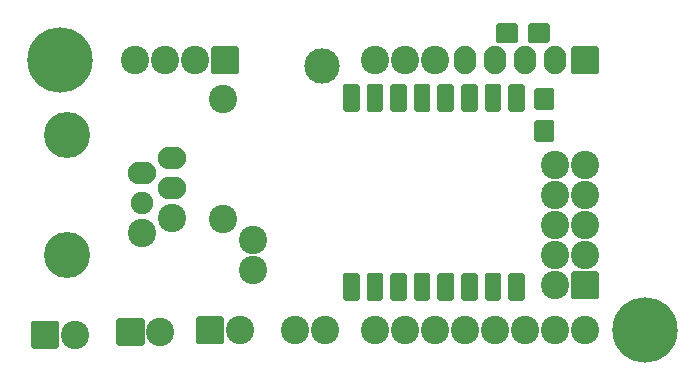
<source format=gbr>
%TF.GenerationSoftware,KiCad,Pcbnew,5.1.7-a382d34a8~87~ubuntu20.04.1*%
%TF.CreationDate,2021-02-22T15:40:43+01:00*%
%TF.ProjectId,smartyreader_ng_lora,736d6172-7479-4726-9561-6465725f6e67,rev?*%
%TF.SameCoordinates,Original*%
%TF.FileFunction,Soldermask,Bot*%
%TF.FilePolarity,Negative*%
%FSLAX46Y46*%
G04 Gerber Fmt 4.6, Leading zero omitted, Abs format (unit mm)*
G04 Created by KiCad (PCBNEW 5.1.7-a382d34a8~87~ubuntu20.04.1) date 2021-02-22 15:40:43*
%MOMM*%
%LPD*%
G01*
G04 APERTURE LIST*
%ADD10C,5.528260*%
%ADD11C,3.000000*%
%ADD12C,2.398980*%
%ADD13O,1.900000X2.398980*%
%ADD14C,1.900000*%
%ADD15O,2.400000X1.900000*%
%ADD16C,2.400000*%
%ADD17C,3.900000*%
G04 APERTURE END LIST*
D10*
%TO.C,AD1*%
X104140000Y-107950000D03*
%TD*%
%TO.C,AD1*%
X153670000Y-130810000D03*
%TD*%
D11*
%TO.C,J7*%
X126365000Y-108458000D03*
%TD*%
D12*
%TO.C,C3*%
X126619000Y-130810000D03*
X124079000Y-130810000D03*
%TD*%
%TO.C,C1*%
X120523000Y-125730000D03*
X120523000Y-123190000D03*
%TD*%
%TO.C,C2*%
X112649000Y-130937000D03*
G36*
G01*
X108909510Y-131936490D02*
X108909510Y-129937510D01*
G75*
G02*
X109109510Y-129737510I200000J0D01*
G01*
X111108490Y-129737510D01*
G75*
G02*
X111308490Y-129937510I0J-200000D01*
G01*
X111308490Y-131936490D01*
G75*
G02*
X111108490Y-132136490I-200000J0D01*
G01*
X109109510Y-132136490D01*
G75*
G02*
X108909510Y-131936490I0J200000D01*
G01*
G37*
%TD*%
%TO.C,R4*%
X117983000Y-121412000D03*
X117983000Y-111252000D03*
%TD*%
%TO.C,J3*%
G36*
G01*
X149789490Y-126000510D02*
X149789490Y-127999490D01*
G75*
G02*
X149589490Y-128199490I-200000J0D01*
G01*
X147590510Y-128199490D01*
G75*
G02*
X147390510Y-127999490I0J200000D01*
G01*
X147390510Y-126000510D01*
G75*
G02*
X147590510Y-125800510I200000J0D01*
G01*
X149589490Y-125800510D01*
G75*
G02*
X149789490Y-126000510I0J-200000D01*
G01*
G37*
X146050000Y-127000000D03*
X148590000Y-124460000D03*
X146050000Y-124460000D03*
X148590000Y-121920000D03*
X146050000Y-121920000D03*
X148590000Y-119380000D03*
X146050000Y-119380000D03*
X148590000Y-116840000D03*
X146050000Y-116840000D03*
%TD*%
%TO.C,U1*%
G36*
G01*
X143310000Y-112326000D02*
X142310000Y-112326000D01*
G75*
G02*
X142110000Y-112126000I0J200000D01*
G01*
X142110000Y-110126000D01*
G75*
G02*
X142310000Y-109926000I200000J0D01*
G01*
X143310000Y-109926000D01*
G75*
G02*
X143510000Y-110126000I0J-200000D01*
G01*
X143510000Y-112126000D01*
G75*
G02*
X143310000Y-112326000I-200000J0D01*
G01*
G37*
G36*
G01*
X141310000Y-112326000D02*
X140310000Y-112326000D01*
G75*
G02*
X140110000Y-112126000I0J200000D01*
G01*
X140110000Y-110126000D01*
G75*
G02*
X140310000Y-109926000I200000J0D01*
G01*
X141310000Y-109926000D01*
G75*
G02*
X141510000Y-110126000I0J-200000D01*
G01*
X141510000Y-112126000D01*
G75*
G02*
X141310000Y-112326000I-200000J0D01*
G01*
G37*
G36*
G01*
X139310000Y-112326000D02*
X138310000Y-112326000D01*
G75*
G02*
X138110000Y-112126000I0J200000D01*
G01*
X138110000Y-110126000D01*
G75*
G02*
X138310000Y-109926000I200000J0D01*
G01*
X139310000Y-109926000D01*
G75*
G02*
X139510000Y-110126000I0J-200000D01*
G01*
X139510000Y-112126000D01*
G75*
G02*
X139310000Y-112326000I-200000J0D01*
G01*
G37*
G36*
G01*
X137310000Y-112326000D02*
X136310000Y-112326000D01*
G75*
G02*
X136110000Y-112126000I0J200000D01*
G01*
X136110000Y-110126000D01*
G75*
G02*
X136310000Y-109926000I200000J0D01*
G01*
X137310000Y-109926000D01*
G75*
G02*
X137510000Y-110126000I0J-200000D01*
G01*
X137510000Y-112126000D01*
G75*
G02*
X137310000Y-112326000I-200000J0D01*
G01*
G37*
G36*
G01*
X135310000Y-112326000D02*
X134310000Y-112326000D01*
G75*
G02*
X134110000Y-112126000I0J200000D01*
G01*
X134110000Y-110126000D01*
G75*
G02*
X134310000Y-109926000I200000J0D01*
G01*
X135310000Y-109926000D01*
G75*
G02*
X135510000Y-110126000I0J-200000D01*
G01*
X135510000Y-112126000D01*
G75*
G02*
X135310000Y-112326000I-200000J0D01*
G01*
G37*
G36*
G01*
X133310000Y-112326000D02*
X132310000Y-112326000D01*
G75*
G02*
X132110000Y-112126000I0J200000D01*
G01*
X132110000Y-110126000D01*
G75*
G02*
X132310000Y-109926000I200000J0D01*
G01*
X133310000Y-109926000D01*
G75*
G02*
X133510000Y-110126000I0J-200000D01*
G01*
X133510000Y-112126000D01*
G75*
G02*
X133310000Y-112326000I-200000J0D01*
G01*
G37*
G36*
G01*
X131310000Y-112326000D02*
X130310000Y-112326000D01*
G75*
G02*
X130110000Y-112126000I0J200000D01*
G01*
X130110000Y-110126000D01*
G75*
G02*
X130310000Y-109926000I200000J0D01*
G01*
X131310000Y-109926000D01*
G75*
G02*
X131510000Y-110126000I0J-200000D01*
G01*
X131510000Y-112126000D01*
G75*
G02*
X131310000Y-112326000I-200000J0D01*
G01*
G37*
G36*
G01*
X129310000Y-112326000D02*
X128310000Y-112326000D01*
G75*
G02*
X128110000Y-112126000I0J200000D01*
G01*
X128110000Y-110126000D01*
G75*
G02*
X128310000Y-109926000I200000J0D01*
G01*
X129310000Y-109926000D01*
G75*
G02*
X129510000Y-110126000I0J-200000D01*
G01*
X129510000Y-112126000D01*
G75*
G02*
X129310000Y-112326000I-200000J0D01*
G01*
G37*
G36*
G01*
X129310000Y-128326000D02*
X128310000Y-128326000D01*
G75*
G02*
X128110000Y-128126000I0J200000D01*
G01*
X128110000Y-126126000D01*
G75*
G02*
X128310000Y-125926000I200000J0D01*
G01*
X129310000Y-125926000D01*
G75*
G02*
X129510000Y-126126000I0J-200000D01*
G01*
X129510000Y-128126000D01*
G75*
G02*
X129310000Y-128326000I-200000J0D01*
G01*
G37*
G36*
G01*
X131310000Y-128326000D02*
X130310000Y-128326000D01*
G75*
G02*
X130110000Y-128126000I0J200000D01*
G01*
X130110000Y-126126000D01*
G75*
G02*
X130310000Y-125926000I200000J0D01*
G01*
X131310000Y-125926000D01*
G75*
G02*
X131510000Y-126126000I0J-200000D01*
G01*
X131510000Y-128126000D01*
G75*
G02*
X131310000Y-128326000I-200000J0D01*
G01*
G37*
G36*
G01*
X133310000Y-128326000D02*
X132310000Y-128326000D01*
G75*
G02*
X132110000Y-128126000I0J200000D01*
G01*
X132110000Y-126126000D01*
G75*
G02*
X132310000Y-125926000I200000J0D01*
G01*
X133310000Y-125926000D01*
G75*
G02*
X133510000Y-126126000I0J-200000D01*
G01*
X133510000Y-128126000D01*
G75*
G02*
X133310000Y-128326000I-200000J0D01*
G01*
G37*
G36*
G01*
X135310000Y-128326000D02*
X134310000Y-128326000D01*
G75*
G02*
X134110000Y-128126000I0J200000D01*
G01*
X134110000Y-126126000D01*
G75*
G02*
X134310000Y-125926000I200000J0D01*
G01*
X135310000Y-125926000D01*
G75*
G02*
X135510000Y-126126000I0J-200000D01*
G01*
X135510000Y-128126000D01*
G75*
G02*
X135310000Y-128326000I-200000J0D01*
G01*
G37*
G36*
G01*
X137310000Y-128326000D02*
X136310000Y-128326000D01*
G75*
G02*
X136110000Y-128126000I0J200000D01*
G01*
X136110000Y-126126000D01*
G75*
G02*
X136310000Y-125926000I200000J0D01*
G01*
X137310000Y-125926000D01*
G75*
G02*
X137510000Y-126126000I0J-200000D01*
G01*
X137510000Y-128126000D01*
G75*
G02*
X137310000Y-128326000I-200000J0D01*
G01*
G37*
G36*
G01*
X139310000Y-128326000D02*
X138310000Y-128326000D01*
G75*
G02*
X138110000Y-128126000I0J200000D01*
G01*
X138110000Y-126126000D01*
G75*
G02*
X138310000Y-125926000I200000J0D01*
G01*
X139310000Y-125926000D01*
G75*
G02*
X139510000Y-126126000I0J-200000D01*
G01*
X139510000Y-128126000D01*
G75*
G02*
X139310000Y-128326000I-200000J0D01*
G01*
G37*
G36*
G01*
X141310000Y-128326000D02*
X140310000Y-128326000D01*
G75*
G02*
X140110000Y-128126000I0J200000D01*
G01*
X140110000Y-126126000D01*
G75*
G02*
X140310000Y-125926000I200000J0D01*
G01*
X141310000Y-125926000D01*
G75*
G02*
X141510000Y-126126000I0J-200000D01*
G01*
X141510000Y-128126000D01*
G75*
G02*
X141310000Y-128326000I-200000J0D01*
G01*
G37*
G36*
G01*
X143310000Y-128326000D02*
X142310000Y-128326000D01*
G75*
G02*
X142110000Y-128126000I0J200000D01*
G01*
X142110000Y-126126000D01*
G75*
G02*
X142310000Y-125926000I200000J0D01*
G01*
X143310000Y-125926000D01*
G75*
G02*
X143510000Y-126126000I0J-200000D01*
G01*
X143510000Y-128126000D01*
G75*
G02*
X143310000Y-128326000I-200000J0D01*
G01*
G37*
%TD*%
%TO.C,JP2*%
G36*
G01*
X144511000Y-112969000D02*
X145811000Y-112969000D01*
G75*
G02*
X146011000Y-113169000I0J-200000D01*
G01*
X146011000Y-114669000D01*
G75*
G02*
X145811000Y-114869000I-200000J0D01*
G01*
X144511000Y-114869000D01*
G75*
G02*
X144311000Y-114669000I0J200000D01*
G01*
X144311000Y-113169000D01*
G75*
G02*
X144511000Y-112969000I200000J0D01*
G01*
G37*
G36*
G01*
X144511000Y-110269000D02*
X145811000Y-110269000D01*
G75*
G02*
X146011000Y-110469000I0J-200000D01*
G01*
X146011000Y-111969000D01*
G75*
G02*
X145811000Y-112169000I-200000J0D01*
G01*
X144511000Y-112169000D01*
G75*
G02*
X144311000Y-111969000I0J200000D01*
G01*
X144311000Y-110469000D01*
G75*
G02*
X144511000Y-110269000I200000J0D01*
G01*
G37*
%TD*%
%TO.C,JP1*%
G36*
G01*
X143736000Y-106314000D02*
X143736000Y-105014000D01*
G75*
G02*
X143936000Y-104814000I200000J0D01*
G01*
X145436000Y-104814000D01*
G75*
G02*
X145636000Y-105014000I0J-200000D01*
G01*
X145636000Y-106314000D01*
G75*
G02*
X145436000Y-106514000I-200000J0D01*
G01*
X143936000Y-106514000D01*
G75*
G02*
X143736000Y-106314000I0J200000D01*
G01*
G37*
G36*
G01*
X141036000Y-106314000D02*
X141036000Y-105014000D01*
G75*
G02*
X141236000Y-104814000I200000J0D01*
G01*
X142736000Y-104814000D01*
G75*
G02*
X142936000Y-105014000I0J-200000D01*
G01*
X142936000Y-106314000D01*
G75*
G02*
X142736000Y-106514000I-200000J0D01*
G01*
X141236000Y-106514000D01*
G75*
G02*
X141036000Y-106314000I0J200000D01*
G01*
G37*
%TD*%
%TO.C,W1*%
X148590000Y-130810000D03*
X146050000Y-130810000D03*
X143510000Y-130810000D03*
X140970000Y-130810000D03*
X138430000Y-130810000D03*
X135890000Y-130810000D03*
X133350000Y-130810000D03*
X130810000Y-130810000D03*
G36*
G01*
X149789490Y-106950510D02*
X149789490Y-108949490D01*
G75*
G02*
X149589490Y-109149490I-200000J0D01*
G01*
X147590510Y-109149490D01*
G75*
G02*
X147390510Y-108949490I0J200000D01*
G01*
X147390510Y-106950510D01*
G75*
G02*
X147590510Y-106750510I200000J0D01*
G01*
X149589490Y-106750510D01*
G75*
G02*
X149789490Y-106950510I0J-200000D01*
G01*
G37*
D13*
X146050000Y-107950000D03*
X143510000Y-107950000D03*
X140970000Y-107950000D03*
X138430000Y-107950000D03*
D12*
X135890000Y-107950000D03*
X133350000Y-107950000D03*
X130810000Y-107950000D03*
%TD*%
%TO.C,J2*%
X110490000Y-107950000D03*
X113030000Y-107950000D03*
X115570000Y-107950000D03*
G36*
G01*
X119309490Y-106950510D02*
X119309490Y-108949490D01*
G75*
G02*
X119109490Y-109149490I-200000J0D01*
G01*
X117110510Y-109149490D01*
G75*
G02*
X116910510Y-108949490I0J200000D01*
G01*
X116910510Y-106950510D01*
G75*
G02*
X117110510Y-106750510I200000J0D01*
G01*
X119109490Y-106750510D01*
G75*
G02*
X119309490Y-106950510I0J-200000D01*
G01*
G37*
%TD*%
%TO.C,J4*%
X105410000Y-131191000D03*
G36*
G01*
X101670510Y-132190490D02*
X101670510Y-130191510D01*
G75*
G02*
X101870510Y-129991510I200000J0D01*
G01*
X103869490Y-129991510D01*
G75*
G02*
X104069490Y-130191510I0J-200000D01*
G01*
X104069490Y-132190490D01*
G75*
G02*
X103869490Y-132390490I-200000J0D01*
G01*
X101870510Y-132390490D01*
G75*
G02*
X101670510Y-132190490I0J200000D01*
G01*
G37*
%TD*%
%TO.C,J5*%
G36*
G01*
X115640510Y-131809490D02*
X115640510Y-129810510D01*
G75*
G02*
X115840510Y-129610510I200000J0D01*
G01*
X117839490Y-129610510D01*
G75*
G02*
X118039490Y-129810510I0J-200000D01*
G01*
X118039490Y-131809490D01*
G75*
G02*
X117839490Y-132009490I-200000J0D01*
G01*
X115840510Y-132009490D01*
G75*
G02*
X115640510Y-131809490I0J200000D01*
G01*
G37*
X119380000Y-130810000D03*
%TD*%
D14*
%TO.C,J1*%
X111125000Y-120015000D03*
D15*
X111125000Y-117475000D03*
D16*
X111125000Y-122555000D03*
D15*
X113665000Y-116205000D03*
X113665000Y-118745000D03*
D16*
X113665000Y-121285000D03*
D17*
X104775000Y-124460000D03*
X104775000Y-114300000D03*
%TD*%
M02*

</source>
